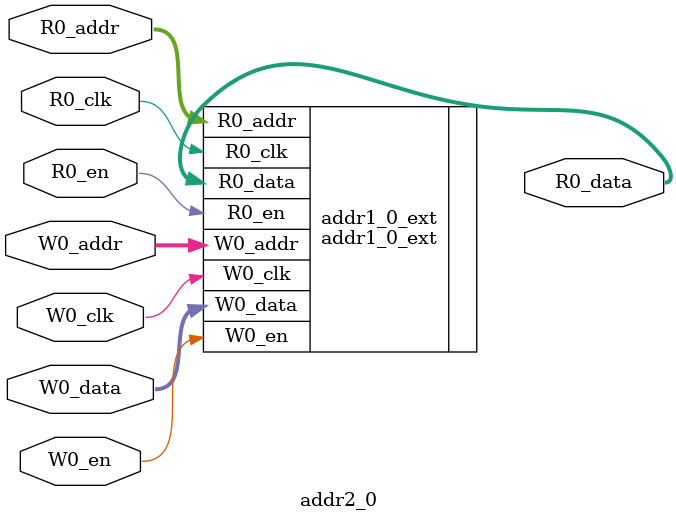
<source format=sv>
`ifndef RANDOMIZE
  `ifdef RANDOMIZE_MEM_INIT
    `define RANDOMIZE
  `endif // RANDOMIZE_MEM_INIT
`endif // not def RANDOMIZE
`ifndef RANDOMIZE
  `ifdef RANDOMIZE_REG_INIT
    `define RANDOMIZE
  `endif // RANDOMIZE_REG_INIT
`endif // not def RANDOMIZE

`ifndef RANDOM
  `define RANDOM $random
`endif // not def RANDOM

// Users can define INIT_RANDOM as general code that gets injected into the
// initializer block for modules with registers.
`ifndef INIT_RANDOM
  `define INIT_RANDOM
`endif // not def INIT_RANDOM

// If using random initialization, you can also define RANDOMIZE_DELAY to
// customize the delay used, otherwise 0.002 is used.
`ifndef RANDOMIZE_DELAY
  `define RANDOMIZE_DELAY 0.002
`endif // not def RANDOMIZE_DELAY

// Define INIT_RANDOM_PROLOG_ for use in our modules below.
`ifndef INIT_RANDOM_PROLOG_
  `ifdef RANDOMIZE
    `ifdef VERILATOR
      `define INIT_RANDOM_PROLOG_ `INIT_RANDOM
    `else  // VERILATOR
      `define INIT_RANDOM_PROLOG_ `INIT_RANDOM #`RANDOMIZE_DELAY begin end
    `endif // VERILATOR
  `else  // RANDOMIZE
    `define INIT_RANDOM_PROLOG_
  `endif // RANDOMIZE
`endif // not def INIT_RANDOM_PROLOG_

// Include register initializers in init blocks unless synthesis is set
`ifndef SYNTHESIS
  `ifndef ENABLE_INITIAL_REG_
    `define ENABLE_INITIAL_REG_
  `endif // not def ENABLE_INITIAL_REG_
`endif // not def SYNTHESIS

// Include rmemory initializers in init blocks unless synthesis is set
`ifndef SYNTHESIS
  `ifndef ENABLE_INITIAL_MEM_
    `define ENABLE_INITIAL_MEM_
  `endif // not def ENABLE_INITIAL_MEM_
`endif // not def SYNTHESIS

// Standard header to adapt well known macros for prints and assertions.

// Users can define 'PRINTF_COND' to add an extra gate to prints.
`ifndef PRINTF_COND_
  `ifdef PRINTF_COND
    `define PRINTF_COND_ (`PRINTF_COND)
  `else  // PRINTF_COND
    `define PRINTF_COND_ 1
  `endif // PRINTF_COND
`endif // not def PRINTF_COND_

// Users can define 'ASSERT_VERBOSE_COND' to add an extra gate to assert error printing.
`ifndef ASSERT_VERBOSE_COND_
  `ifdef ASSERT_VERBOSE_COND
    `define ASSERT_VERBOSE_COND_ (`ASSERT_VERBOSE_COND)
  `else  // ASSERT_VERBOSE_COND
    `define ASSERT_VERBOSE_COND_ 1
  `endif // ASSERT_VERBOSE_COND
`endif // not def ASSERT_VERBOSE_COND_

// Users can define 'STOP_COND' to add an extra gate to stop conditions.
`ifndef STOP_COND_
  `ifdef STOP_COND
    `define STOP_COND_ (`STOP_COND)
  `else  // STOP_COND
    `define STOP_COND_ 1
  `endif // STOP_COND
`endif // not def STOP_COND_

module addr2_0(	// ventus/src/cta/resource_table.scala:586:26
  input  [2:0]  R0_addr,
  input         R0_en,
                R0_clk,
  output [10:0] R0_data,
  input  [2:0]  W0_addr,
  input         W0_en,
                W0_clk,
  input  [10:0] W0_data
);

  addr1_0_ext addr1_0_ext (	// ventus/src/cta/resource_table.scala:586:26
    .R0_addr (R0_addr),
    .R0_en   (R0_en),
    .R0_clk  (R0_clk),
    .R0_data (R0_data),
    .W0_addr (W0_addr),
    .W0_en   (W0_en),
    .W0_clk  (W0_clk),
    .W0_data (W0_data)
  );
endmodule


</source>
